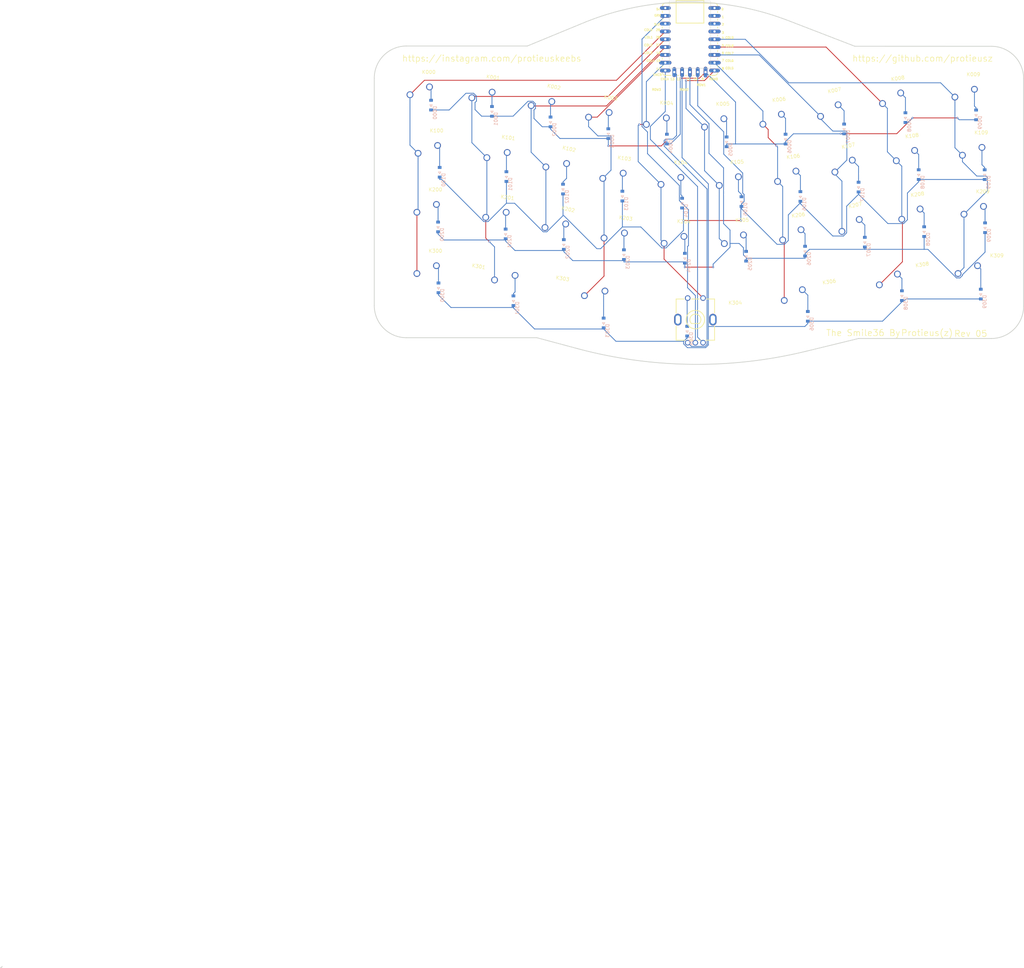
<source format=kicad_pcb>
(kicad_pcb (version 20221018) (generator pcbnew)
  (layers (0 "F.Cu" signal) (31 "B.Cu" signal) (34 "B.Paste" user) (35 "F.Paste" user) (36 "B.SilkS" user "B.Silkscreen") (37 "F.SilkS" user "F.Silkscreen") (38 "B.Mask" user) (39 "F.Mask" user) (44 "Edge.Cuts" user))
  (net 0 "")
  (net 1 "COL0")
  (net 2 "COL1")
  (net 3 "COL2")
  (net 4 "COL3")
  (net 5 "COL4")
  (net 6 "COL5")
  (net 7 "COL6")
  (net 8 "COL7")
  (net 9 "COL8")
  (net 10 "COL9")
  (net 11 "D000_A")
  (net 12 "D003_A")
  (net 13 "D005_A")
  (net 14 "D007_A")
  (net 15 "D009_A")
  (net 16 "D101_A")
  (net 17 "D102_A")
  (net 18 "D104_A")
  (net 19 "D106_A")
  (net 20 "D108_A")
  (net 21 "D201_A")
  (net 22 "D202_A")
  (net 23 "D204_A")
  (net 24 "D206_A")
  (net 25 "D208_A")
  (net 26 "D300_A")
  (net 27 "D308_A")
  (net 28 "D309_A")
  (net 29 "ENCA")
  (net 30 "ENCB")
  (net 31 "GND")
  (net 32 "K001_1")
  (net 33 "K002_1")
  (net 34 "K004_1")
  (net 35 "K006_1")
  (net 36 "K008_1")
  (net 37 "K100_MX1")
  (net 38 "K103_1")
  (net 39 "K105_1")
  (net 40 "K107_1")
  (net 41 "K109_1")
  (net 42 "K200_MX1")
  (net 43 "K203_1")
  (net 44 "K205_1")
  (net 45 "K207_1")
  (net 46 "K209_1")
  (net 47 "K301_1")
  (net 48 "K303_MX1")
  (net 49 "K304_1")
  (net 50 "K306_MX1")
  (net 51 "ROW0")
  (net 52 "ROW1")
  (net 53 "ROW2")
  (net 54 "ROW3")
  (footprint "easyeda:DIODE-SOD123" (layer "F.Cu") (at 107.052 91.518 -90)
    (fp_text reference "D102")
    (fp_text value "DIODE-SOD123" hide)
  )
  (footprint "easyeda:DIODE-SOD123" (layer "F.Cu") (at 147.438 137.746 -90)
    (fp_text reference "D304")
    (fp_text value "DIODE-SOD123" hide)
  )
  (footprint "AutoGenerated:MountingHole_2.50mm" (layer "F.Cu") (at 50.447 49.266)
    (fp_text reference "")
    (fp_text value "")
  )
  (footprint "easyeda:DIODE-SOD123" (layer "F.Cu") (at 218.431 68.277 -90)
    (fp_text reference "D008")
    (fp_text value "DIODE-SOD123" hide)
  )
  (footprint "easyeda:DIODE-SOD123" (layer "F.Cu") (at 107.306 109.552 -90)
    (fp_text reference "D202")
    (fp_text value "DIODE-SOD123" hide)
  )
  (footprint "easyeda:DIODE-SOD123" (layer "F.Cu") (at 90.923 127.84 -90)
    (fp_text reference "D301")
    (fp_text value "DIODE-SOD123" hide)
  )
  (footprint "easyeda:DIODE-SOD123" (layer "F.Cu") (at 166.615 113.362 -90)
    (fp_text reference "D205")
    (fp_text value "DIODE-SOD123" hide)
  )
  (footprint "easyeda:CHERRY_MX_100_MILLMAX" (layer "F.Cu") (at 195.063 69.166 11.5)
    (fp_text reference "K007")
    (fp_text value "100")
  )
  (footprint "easyeda:CHERRY_MX_100_MILLMAX" (layer "F.Cu") (at 88.129 123.776 -9.25)
    (fp_text reference "K301")
    (fp_text value "100")
  )
  (footprint "easyeda:DIODE-SOD123" (layer "F.Cu") (at 88.383 106.123 -90)
    (fp_text reference "D201")
    (fp_text value "DIODE-SOD123" hide)
  )
  (footprint "easyeda:CHERRY_MX_100_MILLMAX" (layer "F.Cu") (at 241.291 101.805)
    (fp_text reference "K209")
    (fp_text value "100")
  )
  (footprint "easyeda:DIODE-SOD123" (layer "F.Cu") (at 198.492 71.96 -90)
    (fp_text reference "D007")
    (fp_text value "DIODE-SOD123" hide)
  )
  (footprint "easyeda:DIODE-SOD123" (layer "F.Cu") (at 224.527 105.361 -90)
    (fp_text reference "D208")
    (fp_text value "DIODE-SOD123" hide)
  )
  (footprint "easyeda:CHERRY_MX_100_MILLMAX" (layer "F.Cu") (at 202.048 106.504 12.75)
    (fp_text reference "K207")
    (fp_text value "100")
  )
  (footprint "easyeda:DIODE-SOD123" (layer "F.Cu") (at 179.442 75.262 -90)
    (fp_text reference "D006")
    (fp_text value "DIODE-SOD123" hide)
  )
  (footprint "easyeda:SW-TH_PEC11R-4XXXF-SXXXX" (layer "F.Cu") (at 150.105 133.809)
    (fp_text reference "K304")
    (fp_text value "PEC11R-4015F-S0024" hide)
  )
  (footprint "easyeda:DIODE-SOD123" (layer "F.Cu") (at 145.787 96.09 -90)
    (fp_text reference "D104")
    (fp_text value "DIODE-SOD123" hide)
  )
  (footprint "easyeda:DIODE-SOD123" (layer "F.Cu") (at 222.749 86.819 -90)
    (fp_text reference "D108")
    (fp_text value "DIODE-SOD123" hide)
  )
  (footprint "easyeda:DIODE-SOD123" (layer "F.Cu") (at 185.792 111.711 -90)
    (fp_text reference "D206")
    (fp_text value "DIODE-SOD123" hide)
  )
  (footprint "easyeda:CHERRY_MX_100_MILLMAX" (layer "F.Cu") (at 104.385 106.885 -12)
    (fp_text reference "K202")
    (fp_text value "100")
  )
  (footprint "easyeda:DIODE-SOD123" (layer "F.Cu") (at 186.681 132.92 -90)
    (fp_text reference "D306")
    (fp_text value "DIODE-SOD123" hide)
  )
  (footprint "easyeda:DIODE-SOD123" (layer "F.Cu") (at 205.223 108.79 -90)
    (fp_text reference "D207")
    (fp_text value "DIODE-SOD123" hide)
  )
  (footprint "easyeda:DIODE-SOD123" (layer "F.Cu") (at 244.339 104.091 -90)
    (fp_text reference "D209")
    (fp_text value "DIODE-SOD123" hide)
  )
  (footprint "easyeda:DIODE-SOD123" (layer "F.Cu") (at 121.784 73.484 -90)
    (fp_text reference "D003")
    (fp_text value "DIODE-SOD123" hide)
  )
  (footprint "easyeda:CHERRY_MX_125_MILLMAX" (layer "F.Cu") (at 63.237 101.17)
    (fp_text reference "K200")
    (fp_text value "125")
  )
  (footprint "AutoGenerated:MountingHole_2.50mm" (layer "F.Cu") (at 132.071 34.749)
    (fp_text reference "")
    (fp_text value "")
  )
  (footprint "AutoGenerated:MountingHole_2.50mm" (layer "F.Cu") (at 150.105 146.001)
    (fp_text reference "")
    (fp_text value "")
  )
  (footprint "easyeda:DIODE-SOD123" (layer "F.Cu") (at 241.418 67.388 -90)
    (fp_text reference "D009")
    (fp_text value "DIODE-SOD123" hide)
  )
  (footprint "easyeda:CHERRY_MX_100_MILLMAX" (layer "F.Cu") (at 142.612 92.28 -2.5)
    (fp_text reference "K104")
    (fp_text value "100")
  )
  (footprint "easyeda:RP2040-ZERO_WAVESHARE- W/ GPIO" (layer "F.Cu") (at 148.454 42.369)
    (fp_text reference "U1" hide)
    (fp_text value "RP2040-ZERO_WAVESHARE - with GPIO" hide)
  )
  (footprint "easyeda:CHERRY_MX_100_MILLMAX" (layer "F.Cu") (at 221.352 102.948 7.5)
    (fp_text reference "K208")
    (fp_text value "100")
  )
  (footprint "easyeda:CHERRY_MX_125_MILLMAX" (layer "F.Cu") (at 63.237 121.109)
    (fp_text reference "K300")
    (fp_text value "125")
  )
  (footprint "AutoGenerated:MountingHole_2.50mm" (layer "F.Cu") (at 164.837 34.622)
    (fp_text reference "")
    (fp_text value "")
  )
  (footprint "easyeda:CHERRY_MX_100_MILLMAX" (layer "F.Cu") (at 161.789 92.28 2.5)
    (fp_text reference "K105")
    (fp_text value "100")
  )
  (footprint "easyeda:CHERRY_MX_100_MILLMAX" (layer "F.Cu") (at 123.816 110.06 -8)
    (fp_text reference "K203")
    (fp_text value "100")
  )
  (footprint "AutoGenerated:MountingHole_2.50mm" (layer "F.Cu") (at 252.252 49.835)
    (fp_text reference "")
    (fp_text value "")
  )
  (footprint "easyeda:DIODE-SOD123" (layer "F.Cu") (at 88.637 87.454 -90)
    (fp_text reference "D101")
    (fp_text value "DIODE-SOD123" hide)
  )
  (footprint "easyeda:DIODE-SOD123" (layer "F.Cu") (at 126.356 93.804 -90)
    (fp_text reference "D103")
    (fp_text value "DIODE-SOD123" hide)
  )
  (footprint "easyeda:CHERRY_MX_100_MILLMAX" (layer "F.Cu") (at 143.628 111.457 -2.5)
    (fp_text reference "K204")
    (fp_text value "100")
  )
  (footprint "easyeda:CHERRY_MX_175_MILLMAX" (layer "F.Cu") (at 117.339 128.856 -9)
    (fp_text reference "K303")
    (fp_text value "175")
  )
  (footprint "easyeda:CHERRY_MX_100_MILLMAX" (layer "F.Cu") (at 219.574 83.898 7.5)
    (fp_text reference "K108")
    (fp_text value "100")
  )
  (footprint "easyeda:CHERRY_MX_100_MILLMAX" (layer "F.Cu") (at 180.966 90.629 7.5)
    (fp_text reference "K106")
    (fp_text value "100")
  )
  (footprint "easyeda:DIODE-SOD123" (layer "F.Cu") (at 64.126 64.213 -90)
    (fp_text reference "D000")
    (fp_text value "DIODE-SOD123" hide)
  )
  (footprint "easyeda:CHERRY_MX_100_MILLMAX" (layer "F.Cu") (at 104.639 87.2 -12.5)
    (fp_text reference "K102")
    (fp_text value "100")
  )
  (footprint "easyeda:DIODE-SOD123" (layer "F.Cu") (at 165.091 95.582 -90)
    (fp_text reference "D105")
    (fp_text value "DIODE-SOD123" hide)
  )
  (footprint "easyeda:DIODE-SOD123" (layer "F.Cu") (at 83.938 66.245 -90)
    (fp_text reference "D001")
    (fp_text value "DIODE-SOD123" hide)
  )
  (footprint "AutoGenerated:MountingHole_2.50mm" (layer "F.Cu") (at 51.014 135.128)
    (fp_text reference "")
    (fp_text value "")
  )
  (footprint "AutoGenerated:MountingHole_2.50mm" (layer "F.Cu") (at 164.837 34.622)
    (fp_text reference "")
    (fp_text value "")
  )
  (footprint "AutoGenerated:MountingHole_2.50mm" (layer "F.Cu") (at 164.837 34.622)
    (fp_text reference "")
    (fp_text value "")
  )
  (footprint "easyeda:CHERRY_MX_100_MILLMAX" (layer "F.Cu") (at 118.736 70.817 -9)
    (fp_text reference "K003")
    (fp_text value "100")
  )
  (footprint "easyeda:DIODE-SOD123" (layer "F.Cu") (at 217.288 126.189 -90)
    (fp_text reference "D308")
    (fp_text value "DIODE-SOD123" hide)
  )
  (footprint "easyeda:CHERRY_MX_100_MILLMAX" (layer "F.Cu") (at 80.89 64.34 -6.5)
    (fp_text reference "K001")
    (fp_text value "100")
  )
  (footprint "easyeda:DIODE-SOD123" (layer "F.Cu") (at 120.26 135.079 -90)
    (fp_text reference "D303")
    (fp_text value "DIODE-SOD123" hide)
  )
  (footprint "easyeda:DIODE-SOD123" (layer "F.Cu") (at 126.864 112.854 -90)
    (fp_text reference "D203")
    (fp_text value "DIODE-SOD123" hide)
  )
  (footprint "easyeda:CHERRY_MX_100_MILLMAX" (layer "F.Cu") (at 214.113 124.157 9)
    (fp_text reference "K308")
    (fp_text value "100")
  )
  (footprint "easyeda:CHERRY_MX_100_MILLMAX" (layer "F.Cu") (at 85.335 103.329 -8)
    (fp_text reference "K201")
    (fp_text value "100")
  )
  (footprint "easyeda:CHERRY_MX_100_MILLMAX" (layer "F.Cu") (at 215.129 65.229 8.5)
    (fp_text reference "K008")
    (fp_text value "100")
  )
  (footprint "easyeda:DIODE-SOD123" (layer "F.Cu") (at 184.268 93.931 -90)
    (fp_text reference "D106")
    (fp_text value "DIODE-SOD123" hide)
  )
  (footprint "AutoGenerated:MountingHole_2.50mm" (layer "F.Cu") (at 132.071 34.749)
    (fp_text reference "")
    (fp_text value "")
  )
  (footprint "easyeda:CHERRY_MX_100_MILLMAX" (layer "F.Cu") (at 123.435 90.629 -7.5)
    (fp_text reference "K103")
    (fp_text value "100")
  )
  (footprint "easyeda:CHERRY_MX_100_MILLMAX" (layer "F.Cu") (at 156.963 73.357 1.25)
    (fp_text reference "K005")
    (fp_text value "100")
  )
  (footprint "easyeda:DIODE-SOD123" (layer "F.Cu") (at 66.412 103.837 -90)
    (fp_text reference "D200")
    (fp_text value "DIODE-SOD123" hide)
  )
  (footprint "easyeda:CHERRY_MX_175_MILLMAX" (layer "F.Cu") (at 183.125 129.237 9)
    (fp_text reference "K306")
    (fp_text value "175")
  )
  (footprint "AutoGenerated:MountingHole_2.50mm" (layer "F.Cu") (at 132.071 34.749)
    (fp_text reference "")
    (fp_text value "")
  )
  (footprint "easyeda:CHERRY_MX_100_MILLMAX" (layer "F.Cu") (at 199.762 87.2 12.5)
    (fp_text reference "K107")
    (fp_text value "100")
  )
  (footprint "easyeda:DIODE-SOD123" (layer "F.Cu") (at 66.539 123.649 -90)
    (fp_text reference "D300")
    (fp_text value "DIODE-SOD123" hide)
  )
  (footprint "AutoGenerated:MountingHole_2.50mm" (layer "F.Cu") (at 252.092 134.926)
    (fp_text reference "")
    (fp_text value "")
  )
  (footprint "easyeda:DIODE-SOD123" (layer "F.Cu") (at 66.92 86.057 -90)
    (fp_text reference "D100")
    (fp_text value "DIODE-SOD123" hide)
  )
  (footprint "easyeda:DIODE-SOD123" (layer "F.Cu") (at 146.676 113.997 -90)
    (fp_text reference "D204")
    (fp_text value "DIODE-SOD123" hide)
  )
  (footprint "easyeda:CHERRY_MX_100_MILLMAX" (layer "F.Cu") (at 176.14 72.087 6.5)
    (fp_text reference "K006")
    (fp_text value "100")
  )
  (footprint "easyeda:DIODE-SOD123" (layer "F.Cu") (at 203.191 90.883 -90)
    (fp_text reference "D107")
    (fp_text value "DIODE-SOD123" hide)
  )
  (footprint "easyeda:CHERRY_MX_125_MILLMAX" (layer "F.Cu") (at 238.243 63.705)
    (fp_text reference "K009")
    (fp_text value "125")
  )
  (footprint "easyeda:CHERRY_MX_125_MILLMAX" (layer "F.Cu") (at 239.259 121.109)
    (fp_text reference "K309")
    (fp_text value "125")
  )
  (footprint "easyeda:CHERRY_MX_100_MILLMAX" (layer "F.Cu") (at 182.617 109.679 7.5)
    (fp_text reference "K206")
    (fp_text value "100")
  )
  (footprint "easyeda:DIODE-SOD123" (layer "F.Cu") (at 244.212 86.819 -90)
    (fp_text reference "D109")
    (fp_text value "DIODE-SOD123" hide)
  )
  (footprint "easyeda:DIODE-SOD123" (layer "F.Cu") (at 160.265 76.151 -90)
    (fp_text reference "D005")
    (fp_text value "DIODE-SOD123" hide)
  )
  (footprint "easyeda:DIODE-SOD123" (layer "F.Cu") (at 140.834 75.262 -90)
    (fp_text reference "D004")
    (fp_text value "DIODE-SOD123" hide)
  )
  (footprint "easyeda:DIODE-SOD123" (layer "F.Cu") (at 242.942 125.681 -90)
    (fp_text reference "D309")
    (fp_text value "DIODE-SOD123" hide)
  )
  (footprint "easyeda:DIODE-SOD123" (layer "F.Cu") (at 102.988 69.674 -90)
    (fp_text reference "D002")
    (fp_text value "DIODE-SOD123" hide)
  )
  (footprint "easyeda:CHERRY_MX_100_MILLMAX" (layer "F.Cu") (at 240.783 82.628)
    (fp_text reference "K109")
    (fp_text value "100")
  )
  (footprint "easyeda:CHERRY_MX_100_MILLMAX" (layer "F.Cu") (at 85.716 83.898 -7.5)
    (fp_text reference "K101")
    (fp_text value "100")
  )
  (footprint "easyeda:CHERRY_MX_125_MILLMAX" (layer "F.Cu") (at 63.618 81.993)
    (fp_text reference "K100")
    (fp_text value "125")
  )
  (footprint "easyeda:CHERRY_MX_100_MILLMAX" (layer "F.Cu") (at 99.94 67.134 -11)
    (fp_text reference "K002")
    (fp_text value "100")
  )
  (footprint "easyeda:CHERRY_MX_100_MILLMAX" (layer "F.Cu") (at 137.786 72.849 -3.8)
    (fp_text reference "K004")
    (fp_text value "100")
  )
  (footprint "easyeda:CHERRY_MX_100_MILLMAX" (layer "F.Cu") (at 163.44 111.203 2.5)
    (fp_text reference "K205")
    (fp_text value "100")
  )
  (footprint "easyeda:CHERRY_MX_100_MILLMAX" (layer "F.Cu") (at 61.078 62.943)
    (fp_text reference "K000")
    (fp_text value "100")
  )
  (gr_arc (start 256.878 129.202) (mid 253.803207 136.625207) (end 246.38 139.7) (stroke (width 0.254)) (layer "Edge.Cuts"))
  (gr_line (start 186.084 143.859) (end 203.17 139.7) (stroke (width 0.254)) (layer "Edge.Cuts"))
  (gr_line (start 201.966 44.637) (end 180.313 36.288) (stroke (width 0.254)) (layer "Edge.Cuts"))
  (gr_line (start 256.878 129.202) (end 256.878 55.147) (stroke (width 0.254)) (layer "Edge.Cuts"))
  (gr_line (start 95.416 44.562) (end 56.11 44.562) (stroke (width 0.254)) (layer "Edge.Cuts"))
  (gr_line (start 45.655 55.017) (end 45.655 128.989) (stroke (width 0.254)) (layer "Edge.Cuts"))
  (gr_line (start 98.528 139.444) (end 111.743 142.989) (stroke (width 0.254)) (layer "Edge.Cuts"))
  (gr_arc (start 186.084 143.859) (mid 148.858874 148.103038) (end 111.743183 142.989588) (stroke (width 0.254)) (layer "Edge.Cuts"))
  (gr_arc (start -75.415 343.933) (mid -75.598752 344.268616) (end -75.966 344.376) (stroke (width 0.254)) (layer "Edge.Cuts"))
  (gr_arc (start 45.655 55.017) (mid 48.717199 47.624199) (end 56.11 44.562) (stroke (width 0.254)) (layer "Edge.Cuts"))
  (gr_poly (pts (xy 141.596 51.767) (xy 155.058 51.767) (xy 155.058 30.05) (xy 154.931 29.923) (xy 141.596 29.923) (xy 141.596 30.177)) (stroke (width 0.1)) (fill none) (layer "Edge.Cuts"))
  (gr_line (start 203.17 139.7) (end 246.38 139.7) (stroke (width 0.254)) (layer "Edge.Cuts"))
  (gr_arc (start 113.654 37.048) (mid 146.910854 30.268884) (end 180.313504 36.288665) (stroke (width 0.254)) (layer "Edge.Cuts"))
  (gr_line (start 56.11 139.444) (end 98.528 139.444) (stroke (width 0.254)) (layer "Edge.Cuts"))
  (gr_arc (start 246.382 44.648) (mid 253.804129 47.7243) (end 256.878 55.147435) (stroke (width 0.254)) (layer "Edge.Cuts"))
  (gr_arc (start 56.11 139.444) (mid 48.717199 136.381801) (end 45.655 128.989) (stroke (width 0.254)) (layer "Edge.Cuts"))
  (gr_line (start 246.382 44.648) (end 201.966 44.637) (stroke (width 0.254)) (layer "Edge.Cuts"))
  (gr_line (start 113.654 37.048) (end 95.416 44.562) (stroke (width 0.254)) (layer "Edge.Cuts"))
  (gr_text "COL8" (at 159.757 44.528) (layer "F.SilkS") (effects (font (size 0.7 0.7) (thickness 0.203)) (justify left)))
  (gr_text "COL1" (at 133.468 41.734) (layer "F.SilkS") (effects (font (size 0.7 0.7) (thickness 0.203)) (justify left)))
  (gr_text "6" (at 158.614 46.814) (layer "F.SilkS") (effects (font (size 0.7 0.7) (thickness 0.203)) (justify left)))
  (gr_text "12" (at 143.882 55.323) (layer "F.SilkS") (effects (font (size 0.7 0.7) (thickness 0.203)) (justify left)))
  (gr_text "13" (at 141.85 55.323) (layer "F.SilkS") (effects (font (size 0.7 0.7) (thickness 0.203)) (justify left)))
  (gr_text "COL6" (at 159.757 49.354) (layer "F.SilkS") (effects (font (size 0.7 0.7) (thickness 0.203)) (justify left)))
  (gr_text "https://github.com/protieusz" (at 201.032 48.592) (layer "F.SilkS") (effects (font (size 2.032 2.032) (thickness 0.203)) (justify left)))
  (gr_text "COL5" (at 159.757 51.767) (layer "F.SilkS") (effects (font (size 0.7 0.7) (thickness 0.203)) (justify left)))
  (gr_text "The Smile36 By" (at 192.523 137.873) (layer "F.SilkS") (effects (font (size 2.032 2.032) (thickness 0.203)) (justify left)))
  (gr_text "COL9" (at 159.757 41.861) (layer "F.SilkS") (effects (font (size 0.7 0.7) (thickness 0.203)) (justify left)))
  (gr_text "ROW0" (at 154.423 55.323) (layer "F.SilkS") (effects (font (size 0.7 0.7) (thickness 0.203)) (justify left)))
  (gr_text "ROW1" (at 150.486 57.228) (layer "F.SilkS") (effects (font (size 0.7 0.7) (thickness 0.203)) (justify left)))
  (gr_text "3v3" (at 136.516 37.543) (layer "F.SilkS") (effects (font (size 0.7 0.7) (thickness 0.203)) (justify left)))
  (gr_text "11" (at 147.057 55.323) (layer "F.SilkS") (effects (font (size 0.7 0.7) (thickness 0.203)) (justify left)))
  (gr_text "COL7" (at 159.757 46.941) (layer "F.SilkS") (effects (font (size 0.7 0.7) (thickness 0.203)) (justify left)))
  (gr_text "9" (at 152.01 55.323) (layer "F.SilkS") (effects (font (size 0.7 0.7) (thickness 0.203)) (justify left)))
  (gr_text "ROW2" (at 144.898 58.752) (layer "F.SilkS") (effects (font (size 0.7 0.7) (thickness 0.203)) (justify left)))
  (gr_text "https://instagram.com/protieuskeebs" (at 54.601 48.592) (layer "F.SilkS") (effects (font (size 2.032 2.032) (thickness 0.203)) (justify left)))
  (gr_text "4" (at 158.614 41.861) (layer "F.SilkS") (effects (font (size 0.7 0.7) (thickness 0.203)) (justify left)))
  (gr_text "5v" (at 137.278 32.59) (layer "F.SilkS") (effects (font (size 0.7 0.7) (thickness 0.203)) (justify left)))
  (gr_text "2" (at 158.614 37.543) (layer "F.SilkS") (effects (font (size 0.7 0.7) (thickness 0.203)) (justify left)))
  (gr_text "14" (at 137.278 52.021) (layer "F.SilkS") (effects (font (size 0.7 0.7) (thickness 0.203)) (justify left)))
  (gr_text "7" (at 158.614 49.227) (layer "F.SilkS") (effects (font (size 0.7 0.7) (thickness 0.203)) (justify left)))
  (gr_text "8" (at 158.614 51.894) (layer "F.SilkS") (effects (font (size 0.7 0.7) (thickness 0.203)) (justify left)))
  (gr_text "15" (at 137.278 49.354) (layer "F.SilkS") (effects (font (size 0.7 0.7) (thickness 0.203)) (justify left)))
  (gr_text "3" (at 158.614 40.21) (layer "F.SilkS") (effects (font (size 0.7 0.7) (thickness 0.203)) (justify left)))
  (gr_text "COL0" (at 133.341 39.321) (layer "F.SilkS") (effects (font (size 0.7 0.7) (thickness 0.203)) (justify left)))
  (gr_text "ROW3" (at 135.881 58.752) (layer "F.SilkS") (effects (font (size 0.7 0.7) (thickness 0.203)) (justify left)))
  (gr_text "29" (at 137.151 39.321) (layer "F.SilkS") (effects (font (size 0.7 0.7) (thickness 0.203)) (justify left)))
  (gr_text "10" (at 149.343 55.323) (layer "F.SilkS") (effects (font (size 0.7 0.7) (thickness 0.203)) (justify left)))
  (gr_text "COL2" (at 133.341 44.274) (layer "F.SilkS") (effects (font (size 0.7 0.7) (thickness 0.203)) (justify left)))
  (gr_text "0" (at 158.487 32.59) (layer "F.SilkS") (effects (font (size 0.7 0.7) (thickness 0.203)) (justify left)))
  (gr_text "1" (at 158.614 35.13) (layer "F.SilkS") (effects (font (size 0.7 0.7) (thickness 0.203)) (justify left)))
  (gr_text "COL4" (at 134.103 49.354) (layer "F.SilkS") (effects (font (size 0.7 0.7) (thickness 0.203)) (justify left)))
  (gr_text "27" (at 137.151 44.274) (layer "F.SilkS") (effects (font (size 0.7 0.7) (thickness 0.203)) (justify left)))
  (gr_text "28" (at 137.151 41.734) (layer "F.SilkS") (effects (font (size 0.7 0.7) (thickness 0.203)) (justify left)))
  (gr_text "COL3" (at 133.341 46.814) (layer "F.SilkS") (effects (font (size 0.7 0.7) (thickness 0.203)) (justify left)))
  (gr_text "16" (at 137.278 46.814) (layer "F.SilkS") (effects (font (size 0.7 0.7) (thickness 0.203)) (justify left)))
  (gr_text "GRN" (at 136.643 34.622) (layer "F.SilkS") (effects (font (size 0.7 0.7) (thickness 0.203)) (justify left)))
  (gr_text "ENCA" (at 138.675 55.323) (layer "F.SilkS") (effects (font (size 0.7 0.7) (thickness 0.203)) (justify left)))
  (gr_text "Protieus(z)" (at 216.907 137.873) (layer "F.SilkS") (effects (font (size 2.032 2.032) (thickness 0.203)) (justify left)))
  (gr_text "5" (at 158.614 44.401) (layer "F.SilkS") (effects (font (size 0.7 0.7) (thickness 0.203)) (justify left)))
  (gr_text "ENCB" (at 136.262 53.926) (layer "F.SilkS") (effects (font (size 0.7 0.7) (thickness 0.203)) (justify left)))
  (gr_text "Rev 05" (at 234.179 138.127) (layer "F.SilkS") (effects (font (size 2.032 2.032) (thickness 0.203)) (justify left)))
  (segment (start 124.438 55.709) (end 61.962 55.709) (width 0.254) (layer "F.Cu") (net 1))
  (segment (start 61.962 55.709) (end 57.268 60.403) (width 0.254) (layer "F.Cu") (net 1))
  (segment (start 59.521 98.63) (end 59.521 118.569) (width 0.254) (layer "F.Cu") (net 1))
  (segment (start 140.318 39.829) (end 124.438 55.709) (width 0.254) (layer "F.Cu") (net 1))
  (segment (start 57.268 76.819) (end 57.268 60.403) (width 0.254) (layer "B.Cu") (net 1))
  (segment (start 59.902 98.249) (end 59.521 98.63) (width 0.254) (layer "B.Cu") (net 1))
  (segment (start 59.902 79.453) (end 59.902 98.249) (width 0.254) (layer "B.Cu") (net 1))
  (segment (start 59.902 79.453) (end 57.268 76.819) (width 0.254) (layer "B.Cu") (net 1))
  (segment (start 81.916 107.048) (end 83.127 108.259) (width 0.254) (layer "F.Cu") (net 2))
  (segment (start 77.816 60.961) (end 77.392 61.385) (width 0.254) (layer "F.Cu") (net 2))
  (segment (start 140.318 42.369) (end 121.726 60.961) (width 0.254) (layer "F.Cu") (net 2))
  (segment (start 81.916 100.284) (end 81.916 107.048) (width 0.254) (layer "F.Cu") (net 2))
  (segment (start 121.726 60.961) (end 77.816 60.961) (width 0.254) (layer "F.Cu") (net 2))
  (via (at 83.127 108.259) (size 0.61) (drill 0.305) (layers "F.Cu" "B.Cu") (net 2))
  (segment (start 81.916 100.284) (end 82.27 99.929) (width 0.254) (layer "B.Cu") (net 2))
  (segment (start 84.78 120.654) (end 84.78 109.911) (width 0.254) (layer "B.Cu") (net 2))
  (segment (start 82.27 99.929) (end 82.27 80.882) (width 0.254) (layer "B.Cu") (net 2))
  (segment (start 84.78 109.911) (end 83.127 108.259) (width 0.254) (layer "B.Cu") (net 2))
  (segment (start 77.392 76.004) (end 77.392 61.385) (width 0.254) (layer "B.Cu") (net 2))
  (segment (start 82.27 80.882) (end 77.392 76.004) (width 0.254) (layer "B.Cu") (net 2))
  (segment (start 140.318 44.909) (end 121.163 64.064) (width 0.254) (layer "F.Cu") (net 3))
  (segment (start 121.163 64.064) (end 96.835 64.064) (width 0.254) (layer "F.Cu") (net 3))
  (segment (start 96.835 64.064) (end 96.685 63.914) (width 0.254) (layer "F.Cu") (net 3))
  (segment (start 101.186 103.608) (end 101.469 103.326) (width 0.254) (layer "B.Cu") (net 3))
  (segment (start 96.685 79.111) (end 96.685 63.914) (width 0.254) (layer "B.Cu") (net 3))
  (segment (start 101.469 83.895) (end 96.685 79.111) (width 0.254) (layer "B.Cu") (net 3))
  (segment (start 101.469 103.326) (end 101.469 83.895) (width 0.254) (layer "B.Cu") (net 3))
  (segment (start 118.169 67.712) (end 115.37 67.712) (width 0.254) (layer "F.Cu") (net 4))
  (segment (start 114.02 125.774) (end 120.397 119.397) (width 0.254) (layer "F.Cu") (net 4))
  (segment (start 140.318 47.449) (end 138.433 47.449) (width 0.254) (layer "F.Cu") (net 4))
  (segment (start 120.397 119.397) (end 120.397 107.015) (width 0.254) (layer "F.Cu") (net 4))
  (segment (start 138.433 47.449) (end 118.169 67.712) (width 0.254) (layer "F.Cu") (net 4))
  (segment (start 118.392 73.806) (end 115.37 70.784) (width 0.254) (layer "B.Cu") (net 4))
  (segment (start 122.519 73.806) (end 118.392 73.806) (width 0.254) (layer "B.Cu") (net 4))
  (segment (start 122.665 84.938) (end 122.665 73.952) (width 0.254) (layer "B.Cu") (net 4))
  (segment (start 115.37 70.784) (end 115.37 67.712) (width 0.254) (layer "B.Cu") (net 4))
  (segment (start 120.397 88.021) (end 119.989 87.613) (width 0.254) (layer "B.Cu") (net 4))
  (segment (start 119.989 87.613) (end 122.665 84.938) (width 0.254) (layer "B.Cu") (net 4))
  (segment (start 122.665 73.952) (end 122.519 73.806) (width 0.254) (layer "B.Cu") (net 4))
  (segment (start 120.397 107.015) (end 120.397 88.021) (width 0.254) (layer "B.Cu") (net 4))
  (segment (start 134.158 70.056) (end 131.855 70.056) (width 0.254) (layer "F.Cu") (net 5))
  (segment (start 139.932 113.886) (end 139.932 108.753) (width 0.254) (layer "F.Cu") (net 5))
  (segment (start 152.605 126.559) (end 139.932 113.886) (width 0.254) (layer "F.Cu") (net 5))
  (via (at 131.855 70.056) (size 0.61) (drill 0.305) (layers "F.Cu" "B.Cu") (net 5))
  (segment (start 131.512 70.398) (end 131.855 70.056) (width 0.254) (layer "B.Cu") (net 5))
  (segment (start 131.512 82.172) (end 131.512 70.398) (width 0.254) (layer "B.Cu") (net 5))
  (segment (start 138.917 107.737) (end 138.917 89.576) (width 0.254) (layer "B.Cu") (net 5))
  (segment (start 134.158 56.149) (end 134.158 70.056) (width 0.254) (layer "B.Cu") (net 5))
  (segment (start 139.932 108.753) (end 138.917 107.737) (width 0.254) (layer "B.Cu") (net 5))
  (segment (start 140.318 49.989) (end 134.158 56.149) (width 0.254) (layer "B.Cu") (net 5))
  (segment (start 138.917 89.576) (end 131.512 82.172) (width 0.254) (layer "B.Cu") (net 5))
  (segment (start 153.06 55.805) (end 147.057 55.805) (width 0.254) (layer "F.Cu") (net 6))
  (segment (start 156.336 52.529) (end 153.06 55.805) (width 0.254) (layer "F.Cu") (net 6))
  (via (at 147.057 55.805) (size 0.61) (drill 0.305) (layers "F.Cu" "B.Cu") (net 6))
  (segment (start 157.872 89.909) (end 153.092 85.129) (width 0.254) (layer "B.Cu") (net 6))
  (segment (start 153.092 85.129) (end 153.092 70.911) (width 0.254) (layer "B.Cu") (net 6))
  (segment (start 147.057 64.876) (end 153.092 70.911) (width 0.254) (layer "B.Cu") (net 6))
  (segment (start 157.872 107.181) (end 157.872 89.909) (width 0.254) (layer "B.Cu") (net 6))
  (segment (start 159.523 108.832) (end 157.872 107.181) (width 0.254) (layer "B.Cu") (net 6))
  (segment (start 147.057 55.805) (end 147.057 64.876) (width 0.254) (layer "B.Cu") (net 6))
  (segment (start 172.067 69.995) (end 173.802 71.729) (width 0.254) (layer "F.Cu") (net 7))
  (segment (start 173.802 74.368) (end 176.446 77.013) (width 0.254) (layer "F.Cu") (net 7))
  (segment (start 179.016 127.331) (end 179.016 108.166) (width 0.254) (layer "F.Cu") (net 7))
  (segment (start 173.802 71.729) (end 173.802 74.368) (width 0.254) (layer "F.Cu") (net 7))
  (segment (start 179.016 108.166) (end 178.508 107.658) (width 0.254) (layer "F.Cu") (net 7))
  (via (at 176.446 77.013) (size 0.61) (drill 0.305) (layers "F.Cu" "B.Cu") (net 7))
  (segment (start 176.857 88.608) (end 176.857 77.423) (width 0.254) (layer "B.Cu") (net 7))
  (segment (start 176.857 77.423) (end 176.446 77.013) (width 0.254) (layer "B.Cu") (net 7))
  (segment (start 172.067 65.72) (end 172.067 69.995) (width 0.254) (layer "B.Cu") (net 7))
  (segment (start 178.508 107.658) (end 178.508 90.259) (width 0.254) (layer "B.Cu") (net 7))
  (segment (start 178.508 90.259) (end 176.857 88.608) (width 0.254) (layer "B.Cu") (net 7))
  (segment (start 156.336 49.989) (end 172.067 65.72) (width 0.254) (layer "B.Cu") (net 7))
  (segment (start 199.171 72.247) (end 199.373 72.449) (width 0.254) (layer "B.Cu") (net 8))
  (segment (start 197.773 104.864) (end 197.773 88.505) (width 0.254) (layer "B.Cu") (net 8))
  (segment (start 199.373 72.449) (end 199.373 81.665) (width 0.254) (layer "B.Cu") (net 8))
  (segment (start 190.823 68.228) (end 194.843 72.247) (width 0.254) (layer "B.Cu") (net 8))
  (segment (start 199.373 81.665) (end 195.493 85.545) (width 0.254) (layer "B.Cu") (net 8))
  (segment (start 195.493 86.224) (end 195.493 85.545) (width 0.254) (layer "B.Cu") (net 8))
  (segment (start 190.823 67.436) (end 190.823 68.228) (width 0.254) (layer "B.Cu") (net 8))
  (segment (start 156.336 47.449) (end 170.836 47.449) (width 0.254) (layer "B.Cu") (net 8))
  (segment (start 194.843 72.247) (end 199.171 72.247) (width 0.254) (layer "B.Cu") (net 8))
  (segment (start 197.773 88.505) (end 195.493 86.224) (width 0.254) (layer "B.Cu") (net 8))
  (segment (start 170.836 47.449) (end 190.823 67.436) (width 0.254) (layer "B.Cu") (net 8))
  (segment (start 217.447 101.131) (end 217.243 100.927) (width 0.254) (layer "F.Cu") (net 9))
  (segment (start 217.447 114.75) (end 217.447 101.131) (width 0.254) (layer "F.Cu") (net 9))
  (segment (start 192.625 44.909) (end 210.989 63.273) (width 0.254) (layer "F.Cu") (net 9))
  (segment (start 156.336 44.909) (end 192.625 44.909) (width 0.254) (layer "F.Cu") (net 9))
  (segment (start 209.953 122.244) (end 217.447 114.75) (width 0.254) (layer "F.Cu") (net 9))
  (segment (start 215.465 81.877) (end 212.556 78.967) (width 0.254) (layer "B.Cu") (net 9))
  (segment (start 217.243 83.655) (end 217.243 100.927) (width 0.254) (layer "B.Cu") (net 9))
  (segment (start 215.465 81.877) (end 217.243 83.655) (width 0.254) (layer "B.Cu") (net 9))
  (segment (start 212.556 78.967) (end 212.556 64.839) (width 0.254) (layer "B.Cu") (net 9))
  (segment (start 212.556 64.839) (end 210.989 63.273) (width 0.254) (layer "B.Cu") (net 9))
  (segment (start 245.093 87.292) (end 245.093 91.653) (width 0.254) (layer "B.Cu") (net 10))
  (segment (start 236.973 80.088) (end 236.973 82.198) (width 0.254) (layer "B.Cu") (net 10))
  (segment (start 166.333 42.369) (end 180.487 56.523) (width 0.254) (layer "B.Cu") (net 10))
  (segment (start 235.543 118.569) (end 237.481 116.631) (width 0.254) (layer "B.Cu") (net 10))
  (segment (start 236.973 82.198) (end 241.658 86.883) (width 0.254) (layer "B.Cu") (net 10))
  (segment (start 244.683 86.883) (end 245.093 87.292) (width 0.254) (layer "B.Cu") (net 10))
  (segment (start 241.658 86.883) (end 244.683 86.883) (width 0.254) (layer "B.Cu") (net 10))
  (segment (start 234.527 61.165) (end 234.527 77.642) (width 0.254) (layer "B.Cu") (net 10))
  (segment (start 229.885 56.523) (end 234.527 61.165) (width 0.254) (layer "B.Cu") (net 10))
  (segment (start 245.093 91.653) (end 237.481 99.265) (width 0.254) (layer "B.Cu") (net 10))
  (segment (start 156.336 42.369) (end 166.333 42.369) (width 0.254) (layer "B.Cu") (net 10))
  (segment (start 237.481 116.631) (end 237.481 99.265) (width 0.254) (layer "B.Cu") (net 10))
  (segment (start 234.527 77.642) (end 236.973 80.088) (width 0.254) (layer "B.Cu") (net 10))
  (segment (start 180.487 56.523) (end 229.885 56.523) (width 0.254) (layer "B.Cu") (net 10))
  (segment (start 64.126 58.371) (end 64.126 62.213) (width 0.254) (layer "B.Cu") (net 11))
  (segment (start 63.618 57.863) (end 64.126 58.371) (width 0.254) (layer "B.Cu") (net 11))
  (segment (start 121.784 66.452) (end 121.784 71.484) (width 0.254) (layer "B.Cu") (net 12))
  (segment (start 122.04 66.197) (end 121.784 66.452) (width 0.254) (layer "B.Cu") (net 12))
  (segment (start 159.378 68.217) (end 160.265 69.103) (width 0.254) (layer "B.Cu") (net 13))
  (segment (start 160.265 69.103) (end 160.265 74.151) (width 0.254) (layer "B.Cu") (net 13))
  (segment (start 196.539 63.682) (end 198.492 65.634) (width 0.254) (layer "B.Cu") (net 14))
  (segment (start 198.492 65.634) (end 198.492 69.96) (width 0.254) (layer "B.Cu") (net 14))
  (segment (start 240.877 64.093) (end 241.418 64.634) (width 0.254) (layer "B.Cu") (net 15))
  (segment (start 241.418 65.388) (end 241.418 64.634) (width 0.254) (layer "B.Cu") (net 15))
  (segment (start 240.877 58.625) (end 240.877 64.093) (width 0.254) (layer "B.Cu") (net 15))
  (segment (start 88.897 79.193) (end 88.637 79.453) (width 0.254) (layer "B.Cu") (net 16))
  (segment (start 88.637 79.453) (end 88.637 85.454) (width 0.254) (layer "B.Cu") (net 16))
  (segment (start 108.218 87.597) (end 107.052 88.764) (width 0.254) (layer "B.Cu") (net 17))
  (segment (start 107.052 89.518) (end 107.052 88.764) (width 0.254) (layer "B.Cu") (net 17))
  (segment (start 108.218 82.79) (end 108.218 87.597) (width 0.254) (layer "B.Cu") (net 17))
  (segment (start 145.371 87.316) (end 145.371 92.92) (width 0.254) (layer "B.Cu") (net 18))
  (segment (start 145.371 92.92) (end 145.787 93.336) (width 0.254) (layer "B.Cu") (net 18))
  (segment (start 145.787 94.09) (end 145.787 93.336) (width 0.254) (layer "B.Cu") (net 18))
  (segment (start 182.821 85.261) (end 184.268 86.708) (width 0.254) (layer "B.Cu") (net 19))
  (segment (start 184.268 86.708) (end 184.268 91.931) (width 0.254) (layer "B.Cu") (net 19))
  (segment (start 222.749 79.85) (end 222.749 84.819) (width 0.254) (layer "B.Cu") (net 20))
  (segment (start 221.429 78.53) (end 222.749 79.85) (width 0.254) (layer "B.Cu") (net 20))
  (segment (start 88.557 98.652) (end 88.383 98.826) (width 0.254) (layer "B.Cu") (net 21))
  (segment (start 88.383 98.826) (end 88.383 104.123) (width 0.254) (layer "B.Cu") (net 21))
  (segment (start 107.926 102.444) (end 107.306 103.064) (width 0.254) (layer "B.Cu") (net 22))
  (segment (start 107.306 103.064) (end 107.306 107.552) (width 0.254) (layer "B.Cu") (net 22))
  (segment (start 146.676 106.781) (end 146.676 111.997) (width 0.254) (layer "B.Cu") (net 23))
  (segment (start 146.387 106.493) (end 146.676 106.781) (width 0.254) (layer "B.Cu") (net 23))
  (segment (start 184.472 104.311) (end 185.792 105.631) (width 0.254) (layer "B.Cu") (net 24))
  (segment (start 185.792 105.631) (end 185.792 109.711) (width 0.254) (layer "B.Cu") (net 24))
  (segment (start 223.207 97.58) (end 224.527 98.9) (width 0.254) (layer "B.Cu") (net 25))
  (segment (start 224.527 98.9) (end 224.527 103.361) (width 0.254) (layer "B.Cu") (net 25))
  (segment (start 65.871 116.029) (end 66.539 116.697) (width 0.254) (layer "B.Cu") (net 26))
  (segment (start 66.539 116.697) (end 66.539 121.649) (width 0.254) (layer "B.Cu") (net 26))
  (segment (start 215.827 118.742) (end 217.288 120.203) (width 0.254) (layer "B.Cu") (net 27))
  (segment (start 217.288 120.203) (end 217.288 124.189) (width 0.254) (layer "B.Cu") (net 27))
  (segment (start 242.942 117.078) (end 242.942 123.681) (width 0.254) (layer "B.Cu") (net 28))
  (segment (start 241.893 116.029) (end 242.942 117.078) (width 0.254) (layer "B.Cu") (net 28))
  (segment (start 139.953 75.303) (end 139.953 77.119) (width 0.254) (layer "B.Cu") (net 29))
  (segment (start 142.791 74.858) (end 140.398 74.858) (width 0.254) (layer "B.Cu") (net 29))
  (segment (start 153.903 91.069) (end 153.903 141.635) (width 0.254) (layer "B.Cu") (net 29))
  (segment (start 153.903 141.635) (end 153.27 142.268) (width 0.254) (layer "B.Cu") (net 29))
  (segment (start 148.814 142.268) (end 147.605 141.059) (width 0.254) (layer "B.Cu") (net 29))
  (segment (start 140.398 74.858) (end 139.953 75.303) (width 0.254) (layer "B.Cu") (net 29))
  (segment (start 143.987 53.784) (end 143.987 73.663) (width 0.254) (layer "B.Cu") (net 29))
  (segment (start 143.247 53.045) (end 143.987 53.784) (width 0.254) (layer "B.Cu") (net 29))
  (segment (start 153.27 142.268) (end 148.814 142.268) (width 0.254) (layer "B.Cu") (net 29))
  (segment (start 143.987 73.663) (end 142.791 74.858) (width 0.254) (layer "B.Cu") (net 29))
  (segment (start 139.953 77.119) (end 153.903 91.069) (width 0.254) (layer "B.Cu") (net 29))
  (segment (start 135.458 70.709) (end 135.458 74.933) (width 0.254) (layer "B.Cu") (net 30))
  (segment (start 140.318 52.529) (end 140.318 65.848) (width 0.254) (layer "B.Cu") (net 30))
  (segment (start 150.825 90.3) (end 150.825 139.279) (width 0.254) (layer "B.Cu") (net 30))
  (segment (start 135.458 74.933) (end 150.825 90.3) (width 0.254) (layer "B.Cu") (net 30))
  (segment (start 140.318 65.848) (end 135.458 70.709) (width 0.254) (layer "B.Cu") (net 30))
  (segment (start 150.825 139.279) (end 152.605 141.059) (width 0.254) (layer "B.Cu") (net 30))
  (segment (start 147.857 109.484) (end 147.557 109.784) (width 0.254) (layer "B.Cu") (net 31))
  (segment (start 147.857 97.81) (end 147.857 109.484) (width 0.254) (layer "B.Cu") (net 31))
  (segment (start 140.318 34.749) (end 132.752 42.315) (width 0.254) (layer "B.Cu") (net 31))
  (segment (start 150.105 125.729) (end 150.105 141.059) (width 0.254) (layer "B.Cu") (net 31))
  (segment (start 134.538 72.549) (end 134.538 79.577) (width 0.254) (layer "B.Cu") (net 31))
  (segment (start 147.557 109.784) (end 147.557 123.18) (width 0.254) (layer "B.Cu") (net 31))
  (segment (start 144.893 94.845) (end 147.857 97.81) (width 0.254) (layer "B.Cu") (net 31))
  (segment (start 134.538 79.577) (end 144.893 89.932) (width 0.254) (layer "B.Cu") (net 31))
  (segment (start 144.893 89.932) (end 144.893 94.845) (width 0.254) (layer "B.Cu") (net 31))
  (segment (start 147.557 123.18) (end 150.105 125.729) (width 0.254) (layer "B.Cu") (net 31))
  (segment (start 132.752 42.315) (end 132.752 70.763) (width 0.254) (layer "B.Cu") (net 31))
  (segment (start 132.752 70.763) (end 134.538 72.549) (width 0.254) (layer "B.Cu") (net 31))
  (segment (start 83.989 59.58) (end 83.938 59.631) (width 0.254) (layer "B.Cu") (net 32))
  (segment (start 83.938 59.631) (end 83.938 64.245) (width 0.254) (layer "B.Cu") (net 32))
  (segment (start 102.988 63.047) (end 102.988 67.674) (width 0.254) (layer "B.Cu") (net 33))
  (segment (start 103.403 62.632) (end 102.988 63.047) (width 0.254) (layer "B.Cu") (net 33))
  (segment (start 140.834 68.122) (end 140.834 73.262) (width 0.254) (layer "B.Cu") (net 34))
  (segment (start 140.666 67.954) (end 140.834 68.122) (width 0.254) (layer "B.Cu") (net 34))
  (segment (start 179.442 68.106) (end 179.442 73.262) (width 0.254) (layer "B.Cu") (net 35))
  (segment (start 178.089 66.752) (end 179.442 68.106) (width 0.254) (layer "B.Cu") (net 35))
  (segment (start 218.431 61.364) (end 218.431 66.277) (width 0.254) (layer "B.Cu") (net 36))
  (segment (start 216.9 59.832) (end 218.431 61.364) (width 0.254) (layer "B.Cu") (net 36))
  (segment (start 66.92 77.581) (end 66.92 84.057) (width 0.254) (layer "B.Cu") (net 37))
  (segment (start 66.252 76.913) (end 66.92 77.581) (width 0.254) (layer "B.Cu") (net 37))
  (segment (start 126.616 85.924) (end 126.356 86.184) (width 0.254) (layer "B.Cu") (net 38))
  (segment (start 126.356 86.184) (end 126.356 91.804) (width 0.254) (layer "B.Cu") (net 38))
  (segment (start 164.105 91.842) (end 165.091 92.828) (width 0.254) (layer "B.Cu") (net 39))
  (segment (start 165.091 93.582) (end 165.091 92.828) (width 0.254) (layer "B.Cu") (net 39))
  (segment (start 164.105 87.094) (end 164.105 91.842) (width 0.254) (layer "B.Cu") (net 39))
  (segment (start 203.191 83.739) (end 203.191 88.883) (width 0.254) (layer "B.Cu") (net 40))
  (segment (start 201.142 81.691) (end 203.191 83.739) (width 0.254) (layer "B.Cu") (net 40))
  (segment (start 243.323 83.176) (end 244.212 84.065) (width 0.254) (layer "B.Cu") (net 41))
  (segment (start 243.323 77.548) (end 243.323 83.176) (width 0.254) (layer "B.Cu") (net 41))
  (segment (start 244.212 84.819) (end 244.212 84.065) (width 0.254) (layer "B.Cu") (net 41))
  (segment (start 66.412 96.631) (end 66.412 101.837) (width 0.254) (layer "B.Cu") (net 42))
  (segment (start 65.871 96.09) (end 66.412 96.631) (width 0.254) (layer "B.Cu") (net 42))
  (segment (start 127.038 105.383) (end 126.864 105.557) (width 0.254) (layer "B.Cu") (net 43))
  (segment (start 126.864 105.557) (end 126.864 110.854) (width 0.254) (layer "B.Cu") (net 43))
  (segment (start 166.615 106.876) (end 166.615 111.362) (width 0.254) (layer "B.Cu") (net 44))
  (segment (start 165.756 106.017) (end 166.615 106.876) (width 0.254) (layer "B.Cu") (net 44))
  (segment (start 205.223 102.804) (end 205.223 106.79) (width 0.254) (layer "B.Cu") (net 45))
  (segment (start 203.409 100.99) (end 205.223 102.804) (width 0.254) (layer "B.Cu") (net 45))
  (segment (start 243.831 96.725) (end 244.339 97.233) (width 0.254) (layer "B.Cu") (net 46))
  (segment (start 244.339 97.233) (end 244.339 102.091) (width 0.254) (layer "B.Cu") (net 46))
  (segment (start 90.923 125.84) (end 90.923 125.086) (width 0.254) (layer "B.Cu") (net 47))
  (segment (start 91.457 124.552) (end 90.923 125.086) (width 0.254) (layer "B.Cu") (net 47))
  (segment (start 91.457 119.173) (end 91.457 124.552) (width 0.254) (layer "B.Cu") (net 47))
  (segment (start 120.26 124.688) (end 120.26 133.079) (width 0.254) (layer "B.Cu") (net 48))
  (segment (start 120.689 124.259) (end 120.26 124.688) (width 0.254) (layer "B.Cu") (net 48))
  (segment (start 147.605 126.559) (end 147.438 126.726) (width 0.254) (layer "B.Cu") (net 49))
  (segment (start 147.438 126.726) (end 147.438 135.746) (width 0.254) (layer "B.Cu") (net 49))
  (segment (start 186.681 125.62) (end 186.681 130.92) (width 0.254) (layer "B.Cu") (net 50))
  (segment (start 184.891 123.829) (end 186.681 125.62) (width 0.254) (layer "B.Cu") (net 50))
  (segment (start 151.411 55.041) (end 145.189 55.041) (width 0.254) (layer "F.Cu") (net 51))
  (segment (start 215.62 73.081) (end 197.418 73.081) (width 0.254) (layer "F.Cu") (net 51))
  (segment (start 235.311 67.938) (end 220.762 67.938) (width 0.254) (layer "F.Cu") (net 51))
  (segment (start 153.407 53.045) (end 151.411 55.041) (width 0.254) (layer "F.Cu") (net 51))
  (segment (start 139.042 77.043) (end 121.786 77.043) (width 0.254) (layer "F.Cu") (net 51))
  (segment (start 140.641 75.444) (end 139.042 77.043) (width 0.254) (layer "F.Cu") (net 51))
  (segment (start 220.762 67.938) (end 215.62 73.081) (width 0.254) (layer "F.Cu") (net 51))
  (via (at 140.641 75.444) (size 0.61) (drill 0.305) (layers "F.Cu" "B.Cu") (net 51))
  (via (at 145.189 55.041) (size 0.61) (drill 0.305) (layers "F.Cu" "B.Cu") (net 51))
  (via (at 121.786 77.043) (size 0.61) (drill 0.305) (layers "F.Cu" "B.Cu") (net 51))
  (via (at 220.762 67.938) (size 0.61) (drill 0.305) (layers "F.Cu" "B.Cu") (net 51))
  (via (at 235.311 67.938) (size 0.61) (drill 0.305) (layers "F.Cu" "B.Cu") (net 51))
  (via (at 197.418 73.081) (size 0.61) (drill 0.305) (layers "F.Cu" "B.Cu") (net 51))
  (segment (start 197.418 73.081) (end 197.418 73.11) (width 0.254) (layer "B.Cu") (net 51))
  (segment (start 90.801 67.395) (end 95.663 62.533) (width 0.254) (layer "B.Cu") (net 51))
  (segment (start 197.418 73.11) (end 181.99 73.11) (width 0.254) (layer "B.Cu") (net 51))
  (segment (start 235.912 68.538) (end 235.311 67.938) (width 0.254) (layer "B.Cu") (net 51))
  (segment (start 77.966 59.932) (end 78.894 60.86) (width 0.254) (layer "B.Cu") (net 51))
  (segment (start 140.834 76.412) (end 142.027 76.412) (width 0.254) (layer "B.Cu") (net 51))
  (segment (start 78.894 60.86) (end 78.894 62.481) (width 0.254) (layer "B.Cu") (net 51))
  (segment (start 153.407 53.045) (end 163.176 62.813) (width 0.254) (layer "B.Cu") (net 51))
  (segment (start 121.784 77.041) (end 121.786 77.043) (width 0.254) (layer "B.Cu") (net 51))
  (segment (start 241.418 68.538) (end 235.912 68.538) (width 0.254) (layer "B.Cu") (net 51))
  (segment (start 163.176 62.813) (end 163.176 76.412) (width 0.254) (layer "B.Cu") (net 51))
  (segment (start 142.027 76.412) (end 145.189 73.25) (width 0.254) (layer "B.Cu") (net 51))
  (segment (start 140.834 75.637) (end 140.641 75.444) (width 0.254) (layer "B.Cu") (net 51))
  (segment (start 179.442 76.412) (end 179.442 75.658) (width 0.254) (layer "B.Cu") (net 51))
  (segment (start 121.784 74.634) (end 121.784 77.041) (width 0.254) (layer "B.Cu") (net 51))
  (segment (start 179.442 76.412) (end 163.176 76.412) (width 0.254) (layer "B.Cu") (net 51))
  (segment (start 95.663 62.533) (end 97.257 62.533) (width 0.254) (layer "B.Cu") (net 51))
  (segment (start 75.46 59.932) (end 77.966 59.932) (width 0.254) (layer "B.Cu") (net 51))
  (segment (start 97.608 65.346) (end 97.608 68.14) (width 0.254) (layer "B.Cu") (net 51))
  (segment (start 102.988 70.824) (end 102.988 71.578) (width 0.254) (layer "B.Cu") (net 51))
  (segment (start 198.492 73.11) (end 197.418 73.11) (width 0.254) (layer "B.Cu") (net 51))
  (segment (start 97.257 62.533) (end 98.102 63.378) (width 0.254) (layer "B.Cu") (net 51))
  (segment (start 83.938 67.395) (end 90.801 67.395) (width 0.254) (layer "B.Cu") (net 51))
  (segment (start 102.988 71.578) (end 106.044 74.634) (width 0.254) (layer "B.Cu") (net 51))
  (segment (start 160.4 76.412) (end 160.265 76.547) (width 0.254) (layer "B.Cu") (net 51))
  (segment (start 78.437 65.249) (end 80.583 67.395) (width 0.254) (layer "B.Cu") (net 51))
  (segment (start 160.265 77.301) (end 160.265 76.547) (width 0.254) (layer "B.Cu") (net 51))
  (segment (start 106.044 74.634) (end 121.784 74.634) (width 0.254) (layer "B.Cu") (net 51))
  (segment (start 100.292 70.824) (end 102.988 70.824) (width 0.254) (layer "B.Cu") (net 51))
  (segment (start 98.102 64.852) (end 97.608 65.346) (width 0.254) (layer "B.Cu") (net 51))
  (segment (start 218.431 69.427) (end 219.31 69.427) (width 0.254) (layer "B.Cu") (net 51))
  (segment (start 145.189 73.25) (end 145.189 55.041) (width 0.254) (layer "B.Cu") (net 51))
  (segment (start 64.126 65.363) (end 70.029 65.363) (width 0.254) (layer "B.Cu") (net 51))
  (segment (start 98.102 63.378) (end 98.102 64.852) (width 0.254) (layer "B.Cu") (net 51))
  (segment (start 140.834 76.412) (end 140.834 75.637) (width 0.254) (layer "B.Cu") (net 51))
  (segment (start 78.894 62.481) (end 78.437 62.938) (width 0.254) (layer "B.Cu") (net 51))
  (segment (start 80.583 67.395) (end 83.938 67.395) (width 0.254) (layer "B.Cu") (net 51))
  (segment (start 219.31 69.427) (end 219.31 69.39) (width 0.254) (layer "B.Cu") (net 51))
  (segment (start 163.176 76.412) (end 160.4 76.412) (width 0.254) (layer "B.Cu") (net 51))
  (segment (start 181.99 73.11) (end 179.442 75.658) (width 0.254) (layer "B.Cu") (net 51))
  (segment (start 219.31 69.39) (end 220.762 67.938) (width 0.254) (layer "B.Cu") (net 51))
  (segment (start 97.608 68.14) (end 100.292 70.824) (width 0.254) (layer "B.Cu") (net 51))
  (segment (start 78.437 62.938) (end 78.437 65.249) (width 0.254) (layer "B.Cu") (net 51))
  (segment (start 70.029 65.363) (end 75.46 59.932) (width 0.254) (layer "B.Cu") (net 51))
  (segment (start 164.884 101.323) (end 146.227 101.323) (width 0.254) (layer "F.Cu") (net 52))
  (via (at 146.227 101.323) (size 0.61) (drill 0.305) (layers "F.Cu" "B.Cu") (net 52))
  (via (at 164.884 101.323) (size 0.61) (drill 0.305) (layers "F.Cu" "B.Cu") (net 52))
  (segment (start 126.356 94.954) (end 126.356 103.416) (width 0.254) (layer "B.Cu") (net 52))
  (segment (start 199.316 105.32) (end 198.269 106.367) (width 0.254) (layer "B.Cu") (net 52))
  (segment (start 222.749 87.969) (end 222.749 88.723) (width 0.254) (layer "B.Cu") (net 52))
  (segment (start 146.227 101.323) (end 146.227 104.571) (width 0.254) (layer "B.Cu") (net 52))
  (segment (start 91.302 95.708) (end 88.637 95.708) (width 0.254) (layer "B.Cu") (net 52))
  (segment (start 180.336 99.487) (end 180.336 107.818) (width 0.254) (layer "B.Cu") (net 52))
  (segment (start 198.269 106.367) (end 194.8 106.367) (width 0.254) (layer "B.Cu") (net 52))
  (segment (start 219.071 101.087) (end 217.838 102.32) (width 0.254) (layer "B.Cu") (net 52))
  (segment (start 219.071 92.401) (end 219.071 101.087) (width 0.254) (layer "B.Cu") (net 52))
  (segment (start 159.323 72.466) (end 159.323 79.721) (width 0.254) (layer "B.Cu") (net 52))
  (segment (start 126.356 103.416) (end 119.279 110.493) (width 0.254) (layer "B.Cu") (net 52))
  (segment (start 184.268 95.081) (end 184.268 95.458) (width 0.254) (layer "B.Cu") (net 52))
  (segment (start 66.92 87.207) (end 66.92 87.961) (width 0.254) (layer "B.Cu") (net 52))
  (segment (start 165.499 85.896) (end 165.499 92.383) (width 0.254) (layer "B.Cu") (net 52))
  (segment (start 165.091 96.732) (end 165.091 97.109) (width 0.254) (layer "B.Cu") (net 52))
  (segment (start 184.268 95.458) (end 184.268 95.555) (width 0.254) (layer "B.Cu") (net 52))
  (segment (start 88.637 95.708) (end 88.637 88.604) (width 0.254) (layer "B.Cu") (net 52))
  (segment (start 107.052 92.668) (end 107.052 93.045) (width 0.254) (layer "B.Cu") (net 52))
  (segment (start 184.268 95.555) (end 184.268 95.835) (width 0.254) (layer "B.Cu") (net 52))
  (segment (start 212.723 102.32) (end 203.191 92.787) (width 0.254) (layer "B.Cu") (net 52))
  (segment (start 119.279 110.493) (end 118.071 110.493) (width 0.254) (layer "B.Cu") (net 52))
  (segment (start 118.071 110.493) (end 107.317 99.739) (width 0.254) (layer "B.Cu") (net 52))
  (segment (start 165.982 92.866) (end 165.982 95.087) (width 0.254) (layer "B.Cu") (net 52))
  (segment (start 244.212 87.969) (end 222.749 87.969) (width 0.254) (layer "B.Cu") (net 52))
  (segment (start 150.867 64.01) (end 159.323 72.466) (width 0.254) (layer "B.Cu") (net 52))
  (segment (start 184.268 95.555) (end 180.336 99.487) (width 0.254) (layer "B.Cu") (net 52))
  (segment (start 165.982 95.087) (end 165.091 95.978) (width 0.254) (layer "B.Cu") (net 52))
  (segment (start 159.323 79.721) (end 165.499 85.896) (width 0.254) (layer "B.Cu") (net 52))
  (segment (start 203.191 92.033) (end 203.191 92.787) (width 0.254) (layer "B.Cu") (net 52))
  (segment (start 176.673 109.069) (end 165.091 97.486) (width 0.254) (layer "B.Cu") (net 52))
  (segment (start 194.8 106.367) (end 184.268 95.835) (width 0.254) (layer "B.Cu") (net 52))
  (segment (start 145.787 97.24) (end 146.227 97.24) (width 0.254) (layer "B.Cu") (net 52))
  (segment (start 67.573 87.961) (end 81.296 101.684) (width 0.254) (layer "B.Cu") (net 52))
  (segment (start 150.867 53.045) (end 150.867 64.01) (width 0.254) (layer "B.Cu") (net 52))
  (segment (start 165.091 96.732) (end 165.091 95.978) (width 0.254) (layer "B.Cu") (net 52))
  (segment (start 146.227 97.24) (end 146.227 101.323) (width 0.254) (layer "B.Cu") (net 52))
  (segment (start 165.091 97.109) (end 165.091 97.486) (width 0.254) (layer "B.Cu") (net 52))
  (segment (start 107.317 99.739) (end 107.052 99.739) (width 0.254) (layer "B.Cu") (net 52))
  (segment (start 139.151 110.213) (end 132.355 103.416) (width 0.254) (layer "B.Cu") (net 52))
  (segment (start 164.884 97.316) (end 164.884 101.323) (width 0.254) (layer "B.Cu") (net 52))
  (segment (start 180.336 107.818) (end 179.085 109.069) (width 0.254) (layer "B.Cu") (net 52))
  (segment (start 81.296 101.684) (end 82.661 101.684) (width 0.254) (layer "B.Cu") (net 52))
  (segment (start 107.052 99.739) (end 101.798 104.993) (width 0.254) (layer "B.Cu") (net 52))
  (segment (start 222.749 88.723) (end 219.071 92.401) (width 0.254) (layer "B.Cu") (net 52))
  (segment (start 107.052 93.045) (end 107.052 99.739) (width 0.254) (layer "B.Cu") (net 52))
  (segment (start 199.316 96.662) (end 199.316 105.32) (width 0.254) (layer "B.Cu") (net 52))
  (segment (start 101.798 104.993) (end 100.588 104.993) (width 0.254) (layer "B.Cu") (net 52))
  (segment (start 140.585 110.213) (end 139.151 110.213) (width 0.254) (layer "B.Cu") (net 52))
  (segment (start 146.227 104.571) (end 140.585 110.213) (width 0.254) (layer "B.Cu") (net 52))
  (segment (start 217.838 102.32) (end 212.723 102.32) (width 0.254) (layer "B.Cu") (net 52))
  (segment (start 82.661 101.684) (end 88.637 95.708) (width 0.254) (layer "B.Cu") (net 52))
  (segment (start 66.92 87.961) (end 67.573 87.961) (width 0.254) (layer "B.Cu") (net 52))
  (segment (start 132.355 103.416) (end 126.356 103.416) (width 0.254) (layer "B.Cu") (net 52))
  (segment (start 179.085 109.069) (end 176.673 109.069) (width 0.254) (layer "B.Cu") (net 52))
  (segment (start 100.588 104.993) (end 91.302 95.708) (width 0.254) (layer "B.Cu") (net 52))
  (segment (start 165.499 92.383) (end 165.982 92.866) (width 0.254) (layer "B.Cu") (net 52))
  (segment (start 165.091 97.109) (end 164.884 97.316) (width 0.254) (layer "B.Cu") (net 52))
  (segment (start 203.191 92.787) (end 199.316 96.662) (width 0.254) (layer "B.Cu") (net 52))
  (segment (start 155.887 116.499) (end 146.688 116.499) (width 0.254) (layer "F.Cu") (net 53))
  (via (at 146.688 116.499) (size 0.61) (drill 0.305) (layers "F.Cu" "B.Cu") (net 53))
  (via (at 155.887 116.499) (size 0.61) (drill 0.305) (layers "F.Cu" "B.Cu") (net 53))
  (segment (start 244.339 105.241) (end 244.339 111.597) (width 0.254) (layer "B.Cu") (net 53))
  (segment (start 155.887 115.503) (end 155.887 116.499) (width 0.254) (layer "B.Cu") (net 53))
  (segment (start 126.864 114.004) (end 126.864 114.381) (width 0.254) (layer "B.Cu") (net 53))
  (segment (start 244.339 111.597) (end 236.977 118.96) (width 0.254) (layer "B.Cu") (net 53))
  (segment (start 166.839 113.615) (end 166.615 113.839) (width 0.254) (layer "B.Cu") (net 53))
  (segment (start 224.527 110.694) (end 224.527 106.511) (width 0.254) (layer "B.Cu") (net 53))
  (segment (start 159.279 102.327) (end 161.383 104.43) (width 0.254) (layer "B.Cu") (net 53))
  (segment (start 148.327 53.045) (end 148.327 63.607) (width 0.254) (layer "B.Cu") (net 53))
  (segment (start 185.792 112.484) (end 185.792 112.861) (width 0.254) (layer "B.Cu") (net 53))
  (segment (start 165.728 112.503) (end 166.839 113.615) (width 0.254) (layer "B.Cu") (net 53))
  (segment (start 146.676 116.486) (end 146.688 116.499) (width 0.254) (layer "B.Cu") (net 53))
  (segment (start 68.321 107.65) (end 66.412 105.741) (width 0.254) (layer "B.Cu") (net 53))
  (segment (start 148.327 63.607) (end 154.534 69.814) (width 0.254) (layer "B.Cu") (net 53))
  (segment (start 107.306 110.702) (end 107.306 111.079) (width 0.254) (layer "B.Cu") (net 53))
  (segment (start 235.026 119.994) (end 225.726 110.694) (width 0.254) (layer "B.Cu") (net 53))
  (segment (start 161.383 108.775) (end 164.33 108.775) (width 0.254) (layer "B.Cu") (net 53))
  (segment (start 236.188 119.994) (end 235.026 119.994) (width 0.254) (layer "B.Cu") (net 53))
  (segment (start 88.383 107.65) (end 88.383 108.027) (width 0.254) (layer "B.Cu") (net 53))
  (segment (start 110.231 114.381) (end 107.306 111.456) (width 0.254) (layer "B.Cu") (net 53))
  (segment (start 185.792 113.615) (end 166.839 113.615) (width 0.254) (layer "B.Cu") (net 53))
  (segment (start 88.383 107.273) (end 88.383 107.65) (width 0.254) (layer "B.Cu") (net 53))
  (segment (start 126.864 114.381) (end 126.864 114.758) (width 0.254) (layer "B.Cu") (net 53))
  (segment (start 146.676 115.147) (end 146.676 114.77) (width 0.254) (layer "B.Cu") (net 53))
  (segment (start 107.306 111.079) (end 91.435 111.079) (width 0.254) (layer "B.Cu") (net 53))
  (segment (start 185.792 112.861) (end 185.792 113.615) (width 0.254) (layer "B.Cu") (net 53))
  (segment (start 165.728 110.173) (end 165.728 112.503) (width 0.254) (layer "B.Cu") (net 53))
  (segment (start 225.726 110.694) (end 224.527 110.694) (width 0.254) (layer "B.Cu") (net 53))
  (segment (start 146.676 115.147) (end 146.676 116.486) (width 0.254) (layer "B.Cu") (net 53))
  (segment (start 159.279 84.221) (end 159.279 102.327) (width 0.254) (layer "B.Cu") (net 53))
  (segment (start 236.977 119.205) (end 236.188 119.994) (width 0.254) (layer "B.Cu") (net 53))
  (segment (start 154.534 79.476) (end 159.279 84.221) (width 0.254) (layer "B.Cu") (net 53))
  (segment (start 224.527 110.694) (end 205.223 110.694) (width 0.254) (layer "B.Cu") (net 53))
  (segment (start 187.205 110.694) (end 185.792 112.107) (width 0.254) (layer "B.Cu") (net 53))
  (segment (start 161.383 110.007) (end 155.887 115.503) (width 0.254) (layer "B.Cu") (net 53))
  (segment (start 166.615 114.512) (end 166.615 113.839) (width 0.254) (layer "B.Cu") (net 53))
  (segment (start 107.306 111.079) (end 107.306 111.456) (width 0.254) (layer "B.Cu") (net 53))
  (segment (start 154.534 69.814) (end 154.534 79.476) (width 0.254) (layer "B.Cu") (net 53))
  (segment (start 236.977 118.96) (end 236.977 119.205) (width 0.254) (layer "B.Cu") (net 53))
  (segment (start 161.383 104.43) (end 161.383 108.775) (width 0.254) (layer "B.Cu") (net 53))
  (segment (start 164.33 108.775) (end 165.728 110.173) (width 0.254) (layer "B.Cu") (net 53))
  (segment (start 205.223 109.94) (end 205.223 110.694) (width 0.254) (layer "B.Cu") (net 53))
  (segment (start 66.412 104.987) (end 66.412 105.741) (width 0.254) (layer "B.Cu") (net 53))
  (segment (start 185.792 112.484) (end 185.792 112.107) (width 0.254) (layer "B.Cu") (net 53))
  (segment (start 205.223 110.694) (end 187.205 110.694) (width 0.254) (layer "B.Cu") (net 53))
  (segment (start 146.676 114.77) (end 126.876 114.77) (width 0.254) (layer "B.Cu") (net 53))
  (segment (start 126.864 114.381) (end 110.231 114.381) (width 0.254) (layer "B.Cu") (net 53))
  (segment (start 91.435 111.079) (end 88.383 108.027) (width 0.254) (layer "B.Cu") (net 53))
  (segment (start 88.383 107.65) (end 68.321 107.65) (width 0.254) (layer "B.Cu") (net 53))
  (segment (start 161.383 108.775) (end 161.383 110.007) (width 0.254) (layer "B.Cu") (net 53))
  (segment (start 126.876 114.77) (end 126.864 114.758) (width 0.254) (layer "B.Cu") (net 53))
  (segment (start 147.25 139.65) (end 147.438 139.65) (width 0.254) (layer "B.Cu") (net 54))
  (segment (start 210.997 134.07) (end 186.681 134.07) (width 0.254) (layer "B.Cu") (net 54))
  (segment (start 97.785 136.606) (end 90.923 129.744) (width 0.254) (layer "B.Cu") (net 54))
  (segment (start 186.681 134.07) (end 186.681 134.824) (width 0.254) (layer "B.Cu") (net 54))
  (segment (start 186.681 134.824) (end 185.713 135.793) (width 0.254) (layer "B.Cu") (net 54))
  (segment (start 217.728 127.339) (end 210.997 134.07) (width 0.254) (layer "B.Cu") (net 54))
  (segment (start 154.324 141.797) (end 153.432 142.689) (width 0.254) (layer "B.Cu") (net 54))
  (segment (start 70.612 129.626) (end 66.539 125.553) (width 0.254) (layer "B.Cu") (net 54))
  (segment (start 217.288 127.339) (end 217.728 127.339) (width 0.254) (layer "B.Cu") (net 54))
  (segment (start 218.675 126.831) (end 218.167 127.339) (width 0.254) (layer "B.Cu") (net 54))
  (segment (start 90.923 128.99) (end 90.923 129.626) (width 0.254) (layer "B.Cu") (net 54))
  (segment (start 90.923 129.626) (end 70.612 129.626) (width 0.254) (layer "B.Cu") (net 54))
  (segment (start 154.324 89.413) (end 154.324 135.793) (width 0.254) (layer "B.Cu") (net 54))
  (segment (start 120.26 136.606) (end 97.785 136.606) (width 0.254) (layer "B.Cu") (net 54))
  (segment (start 145.787 80.875) (end 154.324 89.413) (width 0.254) (layer "B.Cu") (net 54))
  (segment (start 185.713 135.793) (end 154.324 135.793) (width 0.254) (layer "B.Cu") (net 54))
  (segment (start 146.286 140.614) (end 147.25 139.65) (width 0.254) (layer "B.Cu") (net 54))
  (segment (start 154.324 135.793) (end 154.324 141.797) (width 0.254) (layer "B.Cu") (net 54))
  (segment (start 146.286 141.445) (end 146.286 140.614) (width 0.254) (layer "B.Cu") (net 54))
  (segment (start 145.787 53.045) (end 145.787 80.875) (width 0.254) (layer "B.Cu") (net 54))
  (segment (start 147.529 142.689) (end 146.286 141.445) (width 0.254) (layer "B.Cu") (net 54))
  (segment (start 146.286 140.614) (end 124.268 140.614) (width 0.254) (layer "B.Cu") (net 54))
  (segment (start 217.728 127.339) (end 218.167 127.339) (width 0.254) (layer "B.Cu") (net 54))
  (segment (start 90.923 129.626) (end 90.923 129.744) (width 0.254) (layer "B.Cu") (net 54))
  (segment (start 153.432 142.689) (end 147.529 142.689) (width 0.254) (layer "B.Cu") (net 54))
  (segment (start 66.539 124.799) (end 66.539 125.553) (width 0.254) (layer "B.Cu") (net 54))
  (segment (start 147.438 138.896) (end 147.438 139.65) (width 0.254) (layer "B.Cu") (net 54))
  (segment (start 124.268 140.614) (end 120.26 136.606) (width 0.254) (layer "B.Cu") (net 54))
  (segment (start 242.942 126.831) (end 218.675 126.831) (width 0.254) (layer "B.Cu") (net 54))
  (segment (start 120.26 136.229) (end 120.26 136.606) (width 0.254) (layer "B.Cu") (net 54))
)
</source>
